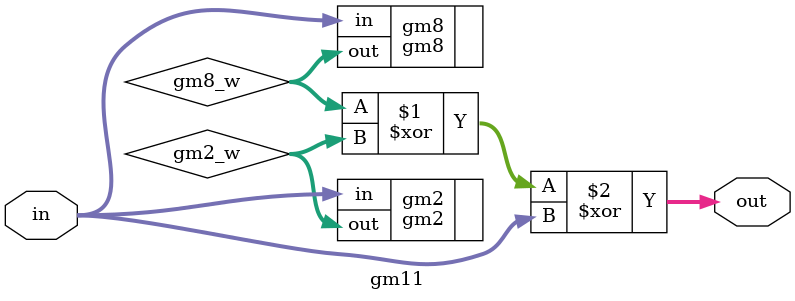
<source format=sv>
module gm11 (input logic [7:0] in,
             output logic [7:0] out);

logic [7:0] gm8_w;
logic [7:0] gm2_w;
gm8 gm8 (.in (in),
         .out(gm8_w));
         
gm2 gm2 (.in (in),
         .out(gm2_w));
assign out = gm8_w ^ gm2_w ^ in;
    
endmodule
</source>
